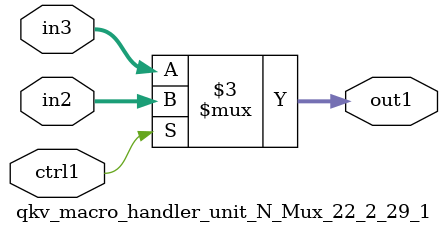
<source format=v>

`timescale 1ps / 1ps


module qkv_macro_handler_unit_N_Mux_22_2_29_1( in3, in2, ctrl1, out1 );

    input [21:0] in3;
    input [21:0] in2;
    input ctrl1;
    output [21:0] out1;
    reg [21:0] out1;

    
    // rtl_process:qkv_macro_handler_unit_N_Mux_22_2_29_1/qkv_macro_handler_unit_N_Mux_22_2_29_1_thread_1
    always @*
      begin : qkv_macro_handler_unit_N_Mux_22_2_29_1_thread_1
        case (ctrl1) 
          1'b1: 
            begin
              out1 = in2;
            end
          default: 
            begin
              out1 = in3;
            end
        endcase
      end

endmodule



</source>
